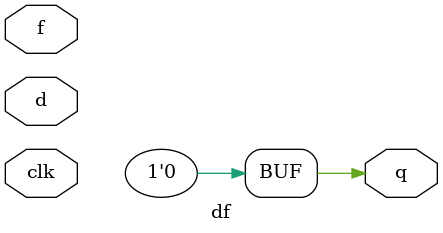
<source format=v>
`timescale 1ns / 1ps

module df(
    input d,
    input f,
    input clk,
    output reg q
    );
    
    initial begin
        q = 0;
    end
	
    // write your code here


endmodule

</source>
